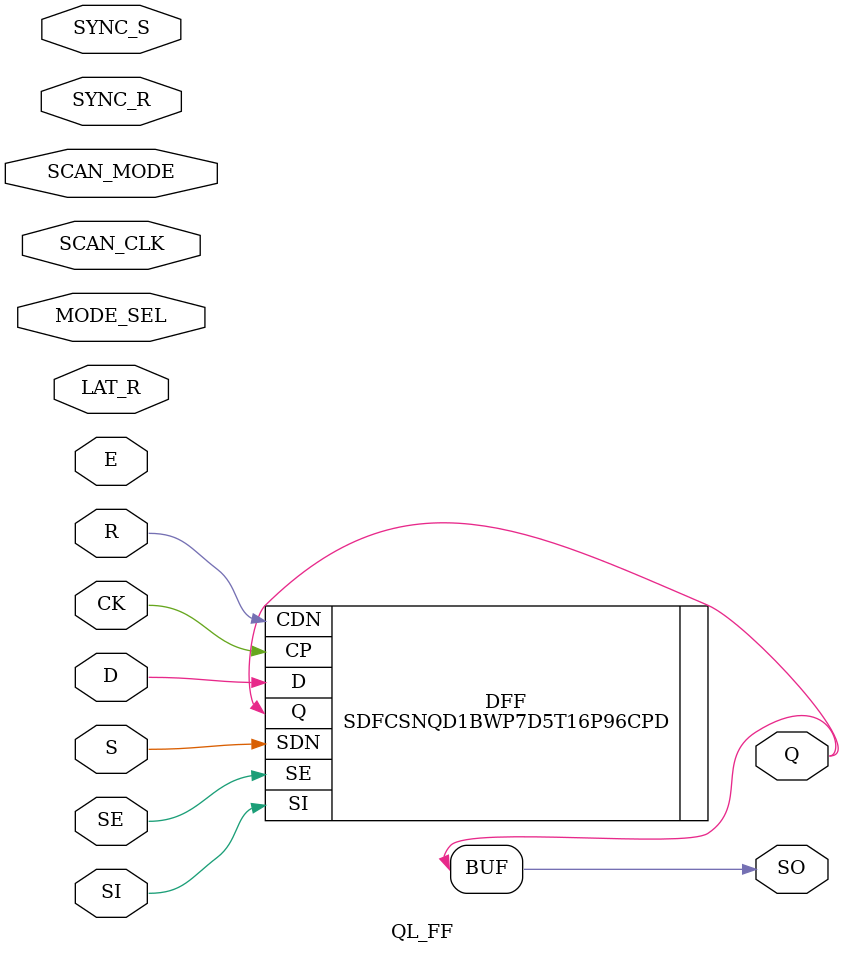
<source format=v>
`timescale 1ns/1ps

module QL_FF (
  D,
  SI,
  SO,
  S,
  R,
  SYNC_S,
  SYNC_R,
  LAT_R,
  E,
  SE,
  Q,
  CK,
  SCAN_MODE,
  SCAN_CLK,
  MODE_SEL
);
  input D;
  input SI;
  input S;
  input R;
  input SYNC_S;
  input SYNC_R;
  input LAT_R;
  input SE;
  input E;
  input CK;
  input SCAN_MODE;
  input SCAN_CLK;
  input [0:1] MODE_SEL;
  output SO;
  output Q;

  assign SO = Q;
  SDFCSNQD1BWP7D5T16P96CPD DFF(
    .D(D),
    .SI(SI),
    .SE(SE),
    .CP(CK),
    .CDN(R),
    .SDN(S),
    .Q(Q)
  );
endmodule

</source>
